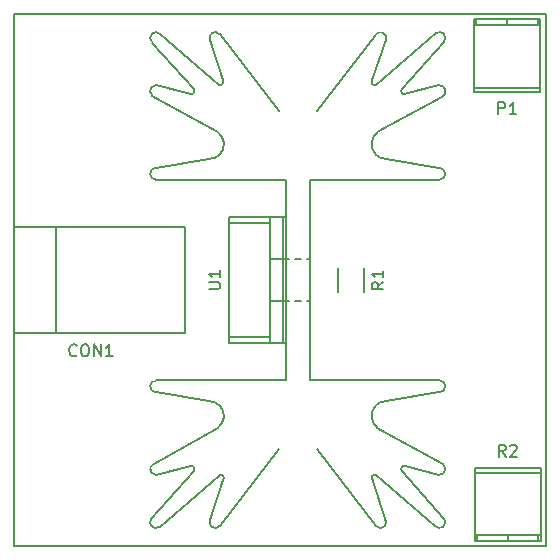
<source format=gto>
%TF.GenerationSoftware,KiCad,Pcbnew,4.0.2-stable*%
%TF.CreationDate,2016-04-25T01:20:38-04:00*%
%TF.ProjectId,tornado,746F726E61646F2E6B696361645F7063,rev?*%
%TF.FileFunction,Legend,Top*%
%FSLAX46Y46*%
G04 Gerber Fmt 4.6, Leading zero omitted, Abs format (unit mm)*
G04 Created by KiCad (PCBNEW 4.0.2-stable) date Mon 25 Apr 2016 01:20:38 EDT*
%MOMM*%
G01*
G04 APERTURE LIST*
%ADD10C,0.100000*%
%ADD11C,0.150000*%
G04 APERTURE END LIST*
D10*
D11*
X45000000Y45000000D02*
X0Y45000000D01*
X45000000Y0D02*
X45000000Y45000000D01*
X0Y0D02*
X45000000Y0D01*
X0Y45000000D02*
X0Y0D01*
X30600000Y1700000D02*
X25600000Y8200000D01*
X17400000Y1700000D02*
X22400000Y8200000D01*
X17400000Y43300000D02*
X22400000Y36800000D01*
X30550000Y43200000D02*
X25600000Y36800000D01*
X15250000Y6550000D02*
G75*
G03X14950000Y6750000I-250000J-50000D01*
G01*
X15150000Y6300000D02*
G75*
G03X15200000Y6650000I-150000J200000D01*
G01*
X17650000Y5950000D02*
G75*
G03X17300000Y5900000I-150000J-200000D01*
G01*
X17700000Y5600000D02*
G75*
G03X17650000Y5950000I-200000J150000D01*
G01*
X30450000Y6000000D02*
G75*
G03X30250000Y5700000I50000J-250000D01*
G01*
X30700000Y5900000D02*
G75*
G03X30350000Y5950000I-200000J-150000D01*
G01*
X32850000Y6700000D02*
G75*
G03X32800000Y6350000I150000J-200000D01*
G01*
X33050000Y6750000D02*
G75*
G03X32750000Y6550000I-50000J-250000D01*
G01*
X35600000Y1700000D02*
G75*
G03X36300000Y1600000I400000J300000D01*
G01*
X36300000Y1600000D02*
G75*
G03X36400000Y2300000I-300000J400000D01*
G01*
X30600000Y1700000D02*
G75*
G03X31300000Y1600000I400000J300000D01*
G01*
X31050000Y1500000D02*
G75*
G03X31500000Y2050000I-50000J500000D01*
G01*
X16550000Y2200000D02*
G75*
G03X16800000Y1550000I450000J-200000D01*
G01*
X16700000Y1600000D02*
G75*
G03X17400000Y1700000I300000J400000D01*
G01*
X11600000Y1700000D02*
G75*
G03X12300000Y1600000I400000J300000D01*
G01*
X11600000Y2300000D02*
G75*
G03X11650000Y1650000I350000J-300000D01*
G01*
X15200000Y6350000D02*
X11600000Y2300000D01*
X12000000Y6000000D02*
X15000000Y6750000D01*
X17300000Y5900000D02*
X12300000Y1600000D01*
X17700000Y5600000D02*
X16550000Y2200000D01*
X30250000Y5700000D02*
X31500000Y2050000D01*
X30650000Y5950000D02*
X35600000Y1700000D01*
X32800000Y6350000D02*
X36400000Y2300000D01*
X36000000Y6000000D02*
X33050000Y6750000D01*
X30300000Y39400000D02*
G75*
G03X30350000Y39050000I200000J-150000D01*
G01*
X30300000Y39100000D02*
G75*
G03X30650000Y39050000I200000J150000D01*
G01*
X32850000Y38700000D02*
G75*
G03X32800000Y38350000I150000J-200000D01*
G01*
X32750000Y38450000D02*
G75*
G03X33050000Y38250000I250000J50000D01*
G01*
X17400000Y39050000D02*
G75*
G03X17700000Y39150000I100000J200000D01*
G01*
X17600000Y39050000D02*
G75*
G03X17700000Y39350000I-100000J200000D01*
G01*
X14950000Y38250000D02*
G75*
G03X15250000Y38450000I50000J250000D01*
G01*
X15150000Y38300000D02*
G75*
G03X15200000Y38650000I-150000J200000D01*
G01*
X12000000Y14000000D02*
X23000000Y14000000D01*
X31450000Y42800000D02*
G75*
G03X31200000Y43450000I-450000J200000D01*
G01*
X31200000Y43450000D02*
G75*
G03X30550000Y43200000I-200000J-450000D01*
G01*
X36400000Y42700000D02*
G75*
G03X36300000Y43400000I-400000J300000D01*
G01*
X36400000Y43300000D02*
G75*
G03X35700000Y43400000I-400000J-300000D01*
G01*
X30300000Y39400000D02*
X31450000Y42800000D01*
X11650000Y43350000D02*
G75*
G03X11650000Y42650000I350000J-350000D01*
G01*
X12350000Y43350000D02*
G75*
G03X11650000Y43350000I-350000J-350000D01*
G01*
X16800000Y43450000D02*
G75*
G03X16550000Y42800000I200000J-450000D01*
G01*
X17400000Y43300000D02*
G75*
G03X16700000Y43400000I-400000J-300000D01*
G01*
X12000000Y31000000D02*
X23000000Y31000000D01*
X16550000Y42800000D02*
X17700000Y39400000D01*
X12350000Y43350000D02*
X17350000Y39050000D01*
X11700000Y42600000D02*
X15200000Y38650000D01*
X12000000Y39000000D02*
X15000000Y38250000D01*
X30650000Y39050000D02*
X35700000Y43400000D01*
X32850000Y38700000D02*
X36350000Y42650000D01*
X36000000Y31000000D02*
X25000000Y31000000D01*
X36000000Y14000000D02*
X25000000Y14000000D01*
X33000000Y38250000D02*
X36000000Y39000000D01*
X11800000Y6950000D02*
X17250000Y10000000D01*
X11800000Y6950000D02*
G75*
G03X11550000Y6300000I200000J-450000D01*
G01*
X11700000Y38100000D02*
X17250000Y35000000D01*
X11600000Y38800000D02*
G75*
G03X11700000Y38100000I400000J-300000D01*
G01*
X36250000Y38000000D02*
X30750000Y35000000D01*
X36250000Y38000000D02*
G75*
G03X36450000Y38700000I-250000J450000D01*
G01*
X30750000Y10000000D02*
X36300000Y6900000D01*
X36400000Y6200000D02*
G75*
G03X36300000Y6900000I-400000J300000D01*
G01*
X17250000Y10000000D02*
G75*
G03X17500000Y11750000I-750000J1000000D01*
G01*
X17750000Y11000000D02*
G75*
G03X16500000Y12250000I-1250000J0D01*
G01*
X16500000Y32750000D02*
G75*
G03X17750000Y34000000I0J1250000D01*
G01*
X17500000Y33250000D02*
G75*
G03X17250000Y35000000I-1000000J750000D01*
G01*
X30750000Y35000000D02*
G75*
G03X30500000Y33250000I750000J-1000000D01*
G01*
X30250000Y34000000D02*
G75*
G03X31500000Y32750000I1250000J0D01*
G01*
X30500000Y11750000D02*
G75*
G03X30750000Y10000000I1000000J-750000D01*
G01*
X31500000Y12250000D02*
G75*
G03X30250000Y11000000I0J-1250000D01*
G01*
X16500000Y12250000D02*
X12000000Y13000000D01*
X16500000Y32750000D02*
X12000000Y32000000D01*
X36000000Y13000000D02*
X31500000Y12250000D01*
X36000000Y32000000D02*
X31500000Y32750000D01*
X36500000Y38500000D02*
G75*
G03X36000000Y39000000I-500000J0D01*
G01*
X36000000Y6000000D02*
G75*
G03X36500000Y6500000I0J500000D01*
G01*
X11500000Y6500000D02*
G75*
G03X12000000Y6000000I500000J0D01*
G01*
X12000000Y39000000D02*
G75*
G03X11500000Y38500000I0J-500000D01*
G01*
X36500000Y31500000D02*
G75*
G03X36000000Y32000000I-500000J0D01*
G01*
X36000000Y31000000D02*
G75*
G03X36500000Y31500000I0J500000D01*
G01*
X12000000Y32000000D02*
G75*
G03X11500000Y31500000I0J-500000D01*
G01*
X11500000Y31500000D02*
G75*
G03X12000000Y31000000I500000J0D01*
G01*
X11500000Y13500000D02*
G75*
G03X12000000Y13000000I500000J0D01*
G01*
X12000000Y14000000D02*
G75*
G03X11500000Y13500000I0J-500000D01*
G01*
X36000000Y13000000D02*
G75*
G03X36500000Y13500000I0J500000D01*
G01*
X36500000Y13500000D02*
G75*
G03X36000000Y14000000I-500000J0D01*
G01*
X24250000Y20750000D02*
X23750000Y20750000D01*
X24250000Y24250000D02*
X23750000Y24250000D01*
X23250000Y20750000D02*
X23000000Y20750000D01*
X23000000Y24250000D02*
X23250000Y24250000D01*
X25000000Y20750000D02*
X24750000Y20750000D01*
X25000000Y24250000D02*
X24750000Y24250000D01*
X23000000Y14000000D02*
X23000000Y31000000D01*
X25000000Y31000000D02*
X25000000Y14000000D01*
X3499500Y27000880D02*
X3499500Y17999120D01*
X-620Y27000880D02*
X-620Y17999120D01*
X-620Y17999120D02*
X14500240Y17999120D01*
X14500240Y17999120D02*
X14500240Y27000880D01*
X14500240Y27000880D02*
X-620Y27000880D01*
X27425000Y21500000D02*
X27425000Y23500000D01*
X29575000Y23500000D02*
X29575000Y21500000D01*
X21651000Y17674000D02*
X18222000Y17674000D01*
X21651000Y27326000D02*
X18222000Y27326000D01*
X22794000Y17166000D02*
X22794000Y27834000D01*
X21778000Y20722000D02*
X23048000Y20722000D01*
X21778000Y24278000D02*
X23048000Y24278000D01*
X21651000Y27834000D02*
X21651000Y17166000D01*
X18222000Y17166000D02*
X18222000Y27834000D01*
X23048000Y27834000D02*
X18222000Y27834000D01*
X23048000Y17166000D02*
X18222000Y17166000D01*
X23048000Y17166000D02*
X23048000Y27834000D01*
X44569080Y899040D02*
X38970920Y899040D01*
X39169040Y401200D02*
X39169040Y899040D01*
X44370960Y899040D02*
X44370960Y401200D01*
X41770000Y401200D02*
X41770000Y899040D01*
X38970920Y6200020D02*
X44569080Y6200020D01*
X38970920Y401200D02*
X44569080Y401200D01*
X44569080Y401200D02*
X44569080Y6598800D01*
X44569080Y6598800D02*
X38970920Y6598800D01*
X38970920Y6598800D02*
X38970920Y401200D01*
X38930920Y44100960D02*
X44529080Y44100960D01*
X44330960Y44598800D02*
X44330960Y44100960D01*
X39129040Y44100960D02*
X39129040Y44598800D01*
X41730000Y44598800D02*
X41730000Y44100960D01*
X44529080Y38799980D02*
X38930920Y38799980D01*
X44529080Y44598800D02*
X38930920Y44598800D01*
X38930920Y44598800D02*
X38930920Y38401200D01*
X38930920Y38401200D02*
X44529080Y38401200D01*
X44529080Y38401200D02*
X44529080Y44598800D01*
X5285715Y16142857D02*
X5238096Y16095238D01*
X5095239Y16047619D01*
X5000001Y16047619D01*
X4857143Y16095238D01*
X4761905Y16190476D01*
X4714286Y16285714D01*
X4666667Y16476190D01*
X4666667Y16619048D01*
X4714286Y16809524D01*
X4761905Y16904762D01*
X4857143Y17000000D01*
X5000001Y17047619D01*
X5095239Y17047619D01*
X5238096Y17000000D01*
X5285715Y16952381D01*
X5904762Y17047619D02*
X6095239Y17047619D01*
X6190477Y17000000D01*
X6285715Y16904762D01*
X6333334Y16714286D01*
X6333334Y16380952D01*
X6285715Y16190476D01*
X6190477Y16095238D01*
X6095239Y16047619D01*
X5904762Y16047619D01*
X5809524Y16095238D01*
X5714286Y16190476D01*
X5666667Y16380952D01*
X5666667Y16714286D01*
X5714286Y16904762D01*
X5809524Y17000000D01*
X5904762Y17047619D01*
X6761905Y16047619D02*
X6761905Y17047619D01*
X7333334Y16047619D01*
X7333334Y17047619D01*
X8333334Y16047619D02*
X7761905Y16047619D01*
X8047619Y16047619D02*
X8047619Y17047619D01*
X7952381Y16904762D01*
X7857143Y16809524D01*
X7761905Y16761905D01*
X31252381Y22333334D02*
X30776190Y22000000D01*
X31252381Y21761905D02*
X30252381Y21761905D01*
X30252381Y22142858D01*
X30300000Y22238096D01*
X30347619Y22285715D01*
X30442857Y22333334D01*
X30585714Y22333334D01*
X30680952Y22285715D01*
X30728571Y22238096D01*
X30776190Y22142858D01*
X30776190Y21761905D01*
X31252381Y23285715D02*
X31252381Y22714286D01*
X31252381Y23000000D02*
X30252381Y23000000D01*
X30395238Y22904762D01*
X30490476Y22809524D01*
X30538095Y22714286D01*
X16452381Y21738095D02*
X17261905Y21738095D01*
X17357143Y21785714D01*
X17404762Y21833333D01*
X17452381Y21928571D01*
X17452381Y22119048D01*
X17404762Y22214286D01*
X17357143Y22261905D01*
X17261905Y22309524D01*
X16452381Y22309524D01*
X17452381Y23309524D02*
X17452381Y22738095D01*
X17452381Y23023809D02*
X16452381Y23023809D01*
X16595238Y22928571D01*
X16690476Y22833333D01*
X16738095Y22738095D01*
X41603334Y7548499D02*
X41270000Y8024690D01*
X41031905Y7548499D02*
X41031905Y8548499D01*
X41412858Y8548499D01*
X41508096Y8500880D01*
X41555715Y8453261D01*
X41603334Y8358023D01*
X41603334Y8215166D01*
X41555715Y8119928D01*
X41508096Y8072309D01*
X41412858Y8024690D01*
X41031905Y8024690D01*
X41984286Y8453261D02*
X42031905Y8500880D01*
X42127143Y8548499D01*
X42365239Y8548499D01*
X42460477Y8500880D01*
X42508096Y8453261D01*
X42555715Y8358023D01*
X42555715Y8262785D01*
X42508096Y8119928D01*
X41936667Y7548499D01*
X42555715Y7548499D01*
X40991905Y36546739D02*
X40991905Y37546739D01*
X41372858Y37546739D01*
X41468096Y37499120D01*
X41515715Y37451501D01*
X41563334Y37356263D01*
X41563334Y37213406D01*
X41515715Y37118168D01*
X41468096Y37070549D01*
X41372858Y37022930D01*
X40991905Y37022930D01*
X42515715Y36546739D02*
X41944286Y36546739D01*
X42230000Y36546739D02*
X42230000Y37546739D01*
X42134762Y37403882D01*
X42039524Y37308644D01*
X41944286Y37261025D01*
M02*

</source>
